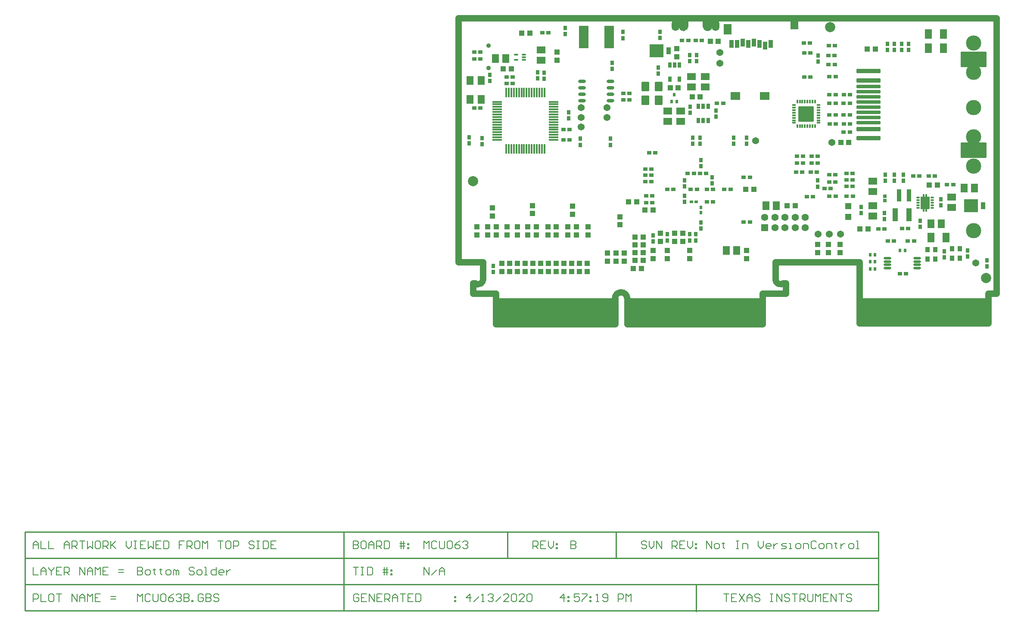
<source format=gbs>
G04*
G04 #@! TF.GenerationSoftware,Altium Limited,Altium Designer,18.1.9 (240)*
G04*
G04 Layer_Color=16711935*
%FSAX25Y25*%
%MOIN*%
G70*
G01*
G75*
%ADD15C,0.00800*%
%ADD17C,0.01000*%
%ADD62C,0.05000*%
%ADD63C,0.03937*%
%ADD65R,0.97953X0.20472*%
%ADD66R,1.04095X0.20472*%
%ADD68R,0.04134X0.04331*%
G04:AMPARAMS|DCode=70|XSize=35.83mil|YSize=185.04mil|CornerRadius=3.88mil|HoleSize=0mil|Usage=FLASHONLY|Rotation=270.000|XOffset=0mil|YOffset=0mil|HoleType=Round|Shape=RoundedRectangle|*
%AMROUNDEDRECTD70*
21,1,0.03583,0.17728,0,0,270.0*
21,1,0.02806,0.18504,0,0,270.0*
1,1,0.00776,-0.08864,-0.01403*
1,1,0.00776,-0.08864,0.01403*
1,1,0.00776,0.08864,0.01403*
1,1,0.00776,0.08864,-0.01403*
%
%ADD70ROUNDEDRECTD70*%
G04:AMPARAMS|DCode=71|XSize=27.95mil|YSize=185.04mil|CornerRadius=3.89mil|HoleSize=0mil|Usage=FLASHONLY|Rotation=90.000|XOffset=0mil|YOffset=0mil|HoleType=Round|Shape=RoundedRectangle|*
%AMROUNDEDRECTD71*
21,1,0.02795,0.17726,0,0,90.0*
21,1,0.02017,0.18504,0,0,90.0*
1,1,0.00778,0.08863,0.01009*
1,1,0.00778,0.08863,-0.01009*
1,1,0.00778,-0.08863,-0.01009*
1,1,0.00778,-0.08863,0.01009*
%
%ADD71ROUNDEDRECTD71*%
G04:AMPARAMS|DCode=72|XSize=122.05mil|YSize=196.85mil|CornerRadius=3.74mil|HoleSize=0mil|Usage=FLASHONLY|Rotation=270.000|XOffset=0mil|YOffset=0mil|HoleType=Round|Shape=RoundedRectangle|*
%AMROUNDEDRECTD72*
21,1,0.12205,0.18937,0,0,270.0*
21,1,0.11457,0.19685,0,0,270.0*
1,1,0.00748,-0.09469,-0.05728*
1,1,0.00748,-0.09469,0.05728*
1,1,0.00748,0.09469,0.05728*
1,1,0.00748,0.09469,-0.05728*
%
%ADD72ROUNDEDRECTD72*%
%ADD76R,0.05118X0.04724*%
G04:AMPARAMS|DCode=82|XSize=13.78mil|YSize=27.56mil|CornerRadius=3.94mil|HoleSize=0mil|Usage=FLASHONLY|Rotation=180.000|XOffset=0mil|YOffset=0mil|HoleType=Round|Shape=RoundedRectangle|*
%AMROUNDEDRECTD82*
21,1,0.01378,0.01968,0,0,180.0*
21,1,0.00591,0.02756,0,0,180.0*
1,1,0.00787,-0.00295,0.00984*
1,1,0.00787,0.00295,0.00984*
1,1,0.00787,0.00295,-0.00984*
1,1,0.00787,-0.00295,-0.00984*
%
%ADD82ROUNDEDRECTD82*%
G04:AMPARAMS|DCode=83|XSize=13.78mil|YSize=27.56mil|CornerRadius=3.94mil|HoleSize=0mil|Usage=FLASHONLY|Rotation=90.000|XOffset=0mil|YOffset=0mil|HoleType=Round|Shape=RoundedRectangle|*
%AMROUNDEDRECTD83*
21,1,0.01378,0.01968,0,0,90.0*
21,1,0.00591,0.02756,0,0,90.0*
1,1,0.00787,0.00984,0.00295*
1,1,0.00787,0.00984,-0.00295*
1,1,0.00787,-0.00984,-0.00295*
1,1,0.00787,-0.00984,0.00295*
%
%ADD83ROUNDEDRECTD83*%
G04:AMPARAMS|DCode=84|XSize=118.11mil|YSize=118.11mil|CornerRadius=3.68mil|HoleSize=0mil|Usage=FLASHONLY|Rotation=90.000|XOffset=0mil|YOffset=0mil|HoleType=Round|Shape=RoundedRectangle|*
%AMROUNDEDRECTD84*
21,1,0.11811,0.11075,0,0,90.0*
21,1,0.11075,0.11811,0,0,90.0*
1,1,0.00736,0.05537,0.05537*
1,1,0.00736,0.05537,-0.05537*
1,1,0.00736,-0.05537,-0.05537*
1,1,0.00736,-0.05537,0.05537*
%
%ADD84ROUNDEDRECTD84*%
%ADD85O,0.05906X0.02165*%
%ADD91C,0.07874*%
G04:AMPARAMS|DCode=94|XSize=27.56mil|YSize=43.31mil|CornerRadius=3.98mil|HoleSize=0mil|Usage=FLASHONLY|Rotation=180.000|XOffset=0mil|YOffset=0mil|HoleType=Round|Shape=RoundedRectangle|*
%AMROUNDEDRECTD94*
21,1,0.02756,0.03535,0,0,180.0*
21,1,0.01961,0.04331,0,0,180.0*
1,1,0.00795,-0.00980,0.01768*
1,1,0.00795,0.00980,0.01768*
1,1,0.00795,0.00980,-0.01768*
1,1,0.00795,-0.00980,-0.01768*
%
%ADD94ROUNDEDRECTD94*%
%ADD96O,0.05894X0.02756*%
%ADD97R,0.02165X0.11024*%
%ADD98R,0.04331X0.04134*%
%ADD100R,0.03543X0.02756*%
%ADD101R,0.02756X0.03543*%
%ADD102R,0.06694X0.05394*%
%ADD104C,0.05472*%
G04:AMPARAMS|DCode=105|XSize=54.72mil|YSize=54.72mil|CornerRadius=1.91mil|HoleSize=0mil|Usage=FLASHONLY|Rotation=0.000|XOffset=0mil|YOffset=0mil|HoleType=Round|Shape=RoundedRectangle|*
%AMROUNDEDRECTD105*
21,1,0.05472,0.05089,0,0,0.0*
21,1,0.05089,0.05472,0,0,0.0*
1,1,0.00383,0.02545,-0.02545*
1,1,0.00383,-0.02545,-0.02545*
1,1,0.00383,-0.02545,0.02545*
1,1,0.00383,0.02545,0.02545*
%
%ADD105ROUNDEDRECTD105*%
%ADD106C,0.11824*%
%ADD107C,0.03543*%
%ADD108C,0.05394*%
G04:AMPARAMS|DCode=109|XSize=86.61mil|YSize=59.06mil|CornerRadius=29.53mil|HoleSize=0mil|Usage=FLASHONLY|Rotation=270.000|XOffset=0mil|YOffset=0mil|HoleType=Round|Shape=RoundedRectangle|*
%AMROUNDEDRECTD109*
21,1,0.08661,0.00000,0,0,270.0*
21,1,0.02756,0.05906,0,0,270.0*
1,1,0.05906,0.00000,-0.01378*
1,1,0.05906,0.00000,0.01378*
1,1,0.05906,0.00000,0.01378*
1,1,0.05906,0.00000,-0.01378*
%
%ADD109ROUNDEDRECTD109*%
%ADD158R,0.92244X0.20472*%
G04:AMPARAMS|DCode=159|XSize=39.37mil|YSize=35.43mil|CornerRadius=3.86mil|HoleSize=0mil|Usage=FLASHONLY|Rotation=90.000|XOffset=0mil|YOffset=0mil|HoleType=Round|Shape=RoundedRectangle|*
%AMROUNDEDRECTD159*
21,1,0.03937,0.02772,0,0,90.0*
21,1,0.03165,0.03543,0,0,90.0*
1,1,0.00772,0.01386,0.01583*
1,1,0.00772,0.01386,-0.01583*
1,1,0.00772,-0.01386,-0.01583*
1,1,0.00772,-0.01386,0.01583*
%
%ADD159ROUNDEDRECTD159*%
%ADD160R,0.03740X0.09449*%
%ADD161R,0.02362X0.02756*%
%ADD162R,0.02756X0.02559*%
%ADD163R,0.03898X0.10394*%
%ADD164O,0.07480X0.01575*%
%ADD165O,0.01575X0.07480*%
%ADD166R,0.05315X0.06693*%
G04:AMPARAMS|DCode=167|XSize=15.75mil|YSize=30.32mil|CornerRadius=3.92mil|HoleSize=0mil|Usage=FLASHONLY|Rotation=90.000|XOffset=0mil|YOffset=0mil|HoleType=Round|Shape=RoundedRectangle|*
%AMROUNDEDRECTD167*
21,1,0.01575,0.02248,0,0,90.0*
21,1,0.00791,0.03032,0,0,90.0*
1,1,0.00784,0.01124,0.00396*
1,1,0.00784,0.01124,-0.00396*
1,1,0.00784,-0.01124,-0.00396*
1,1,0.00784,-0.01124,0.00396*
%
%ADD167ROUNDEDRECTD167*%
G04:AMPARAMS|DCode=168|XSize=27.56mil|YSize=13.39mil|CornerRadius=3.95mil|HoleSize=0mil|Usage=FLASHONLY|Rotation=180.000|XOffset=0mil|YOffset=0mil|HoleType=Round|Shape=RoundedRectangle|*
%AMROUNDEDRECTD168*
21,1,0.02756,0.00548,0,0,180.0*
21,1,0.01965,0.01339,0,0,180.0*
1,1,0.00791,-0.00983,0.00274*
1,1,0.00791,0.00983,0.00274*
1,1,0.00791,0.00983,-0.00274*
1,1,0.00791,-0.00983,-0.00274*
%
%ADD168ROUNDEDRECTD168*%
%ADD169R,0.02362X0.02756*%
%ADD170R,0.07480X0.05906*%
%ADD171R,0.05906X0.07874*%
%ADD172R,0.03543X0.06299*%
G04:AMPARAMS|DCode=173|XSize=74.8mil|YSize=59.06mil|CornerRadius=3.9mil|HoleSize=0mil|Usage=FLASHONLY|Rotation=90.000|XOffset=0mil|YOffset=0mil|HoleType=Round|Shape=RoundedRectangle|*
%AMROUNDEDRECTD173*
21,1,0.07480,0.05126,0,0,90.0*
21,1,0.06701,0.05906,0,0,90.0*
1,1,0.00780,0.02563,0.03350*
1,1,0.00780,0.02563,-0.03350*
1,1,0.00780,-0.02563,-0.03350*
1,1,0.00780,-0.02563,0.03350*
%
%ADD173ROUNDEDRECTD173*%
%ADD174R,0.07677X0.17559*%
%ADD175R,0.05512X0.07677*%
%ADD176R,0.02756X0.02362*%
%ADD177R,0.10894X0.10394*%
%ADD178R,0.03394X0.05394*%
%ADD179R,0.05394X0.06694*%
G36*
X0362362Y0100667D02*
X0362401D01*
X0362440Y0100664D01*
X0362477Y0100652D01*
X0362549Y0100622D01*
X0362583Y0100604D01*
X0362613Y0100580D01*
X0362669Y0100524D01*
X0362693Y0100494D01*
X0362712Y0100460D01*
X0362742Y0100388D01*
X0362753Y0100350D01*
X0362757Y0100312D01*
Y0100312D01*
D01*
Y0100273D01*
Y0098699D01*
X0364173D01*
X0364211Y0098695D01*
X0364248Y0098684D01*
X0364321Y0098654D01*
X0364355Y0098636D01*
X0364385Y0098611D01*
X0364440Y0098556D01*
X0364465Y0098526D01*
X0364483Y0098491D01*
X0364513Y0098419D01*
X0364525Y0098382D01*
X0364528Y0098343D01*
Y0098343D01*
D01*
Y0098304D01*
Y0089249D01*
Y0089210D01*
X0364525Y0089171D01*
X0364513Y0089134D01*
X0364483Y0089062D01*
X0364465Y0089028D01*
X0364440Y0088998D01*
X0364385Y0088942D01*
X0364355Y0088918D01*
X0364321Y0088899D01*
D01*
X0364321Y0088899D01*
X0364248Y0088870D01*
X0364229Y0088863D01*
X0364211Y0088858D01*
X0364173Y0088854D01*
X0362757D01*
Y0087281D01*
Y0087242D01*
X0362753Y0087203D01*
X0362742Y0087166D01*
X0362712Y0087093D01*
X0362693Y0087059D01*
X0362669Y0087029D01*
X0362613Y0086974D01*
X0362583Y0086949D01*
X0362549Y0086931D01*
D01*
X0362549Y0086931D01*
X0362477Y0086901D01*
X0362457Y0086895D01*
X0362440Y0086890D01*
X0362401Y0086886D01*
X0361732D01*
X0361694Y0086890D01*
X0361671Y0086897D01*
X0361657Y0086901D01*
X0361584Y0086931D01*
X0361584Y0086931D01*
D01*
X0361580Y0086933D01*
X0361550Y0086949D01*
X0361543Y0086955D01*
X0361520Y0086974D01*
X0361465Y0087029D01*
X0361440Y0087059D01*
X0361422Y0087093D01*
D01*
X0361422Y0087093D01*
X0361392Y0087166D01*
X0361386Y0087186D01*
X0361381Y0087203D01*
X0361377Y0087242D01*
Y0087281D01*
Y0088854D01*
X0360788D01*
Y0087281D01*
Y0087242D01*
X0360784Y0087203D01*
X0360773Y0087166D01*
X0360743Y0087093D01*
X0360725Y0087059D01*
X0360700Y0087029D01*
X0360645Y0086974D01*
X0360615Y0086949D01*
X0360581Y0086931D01*
D01*
X0360581Y0086931D01*
X0360508Y0086901D01*
X0360489Y0086895D01*
X0360471Y0086890D01*
X0360433Y0086886D01*
X0359764D01*
X0359725Y0086890D01*
X0359703Y0086897D01*
X0359688Y0086901D01*
X0359616Y0086931D01*
X0359616Y0086931D01*
D01*
X0359611Y0086933D01*
X0359582Y0086949D01*
X0359575Y0086955D01*
X0359552Y0086974D01*
X0359496Y0087029D01*
X0359472Y0087059D01*
X0359453Y0087093D01*
D01*
X0359453Y0087093D01*
X0359423Y0087166D01*
X0359417Y0087186D01*
X0359412Y0087203D01*
X0359408Y0087242D01*
Y0087281D01*
Y0088854D01*
X0357992D01*
X0357954Y0088858D01*
X0357931Y0088865D01*
X0357916Y0088870D01*
X0357844Y0088899D01*
X0357844Y0088899D01*
D01*
X0357840Y0088902D01*
X0357810Y0088918D01*
X0357803Y0088923D01*
X0357780Y0088942D01*
X0357724Y0088998D01*
X0357700Y0089028D01*
X0357682Y0089062D01*
D01*
X0357682Y0089062D01*
X0357652Y0089134D01*
X0357646Y0089154D01*
X0357640Y0089171D01*
X0357637Y0089210D01*
Y0089249D01*
Y0098304D01*
Y0098343D01*
X0357640Y0098382D01*
X0357647Y0098405D01*
X0357652Y0098419D01*
X0357682Y0098491D01*
X0357682Y0098491D01*
D01*
X0357684Y0098496D01*
X0357700Y0098526D01*
X0357705Y0098532D01*
X0357724Y0098556D01*
X0357780Y0098611D01*
X0357810Y0098636D01*
X0357844Y0098654D01*
X0357916Y0098684D01*
X0357954Y0098695D01*
X0357992Y0098699D01*
X0357992D01*
D01*
X0359408D01*
Y0100273D01*
Y0100312D01*
X0359412Y0100350D01*
X0359419Y0100373D01*
X0359423Y0100388D01*
X0359453Y0100460D01*
X0359453Y0100460D01*
D01*
X0359456Y0100464D01*
X0359472Y0100494D01*
X0359477Y0100501D01*
X0359496Y0100524D01*
X0359552Y0100580D01*
X0359582Y0100604D01*
X0359616Y0100622D01*
X0359688Y0100652D01*
X0359710Y0100659D01*
X0359725Y0100664D01*
X0359725D01*
X0359725Y0100664D01*
X0359747Y0100666D01*
X0359764Y0100667D01*
X0359803Y0100667D01*
X0359803D01*
X0359803D01*
X0360394D01*
X0360394Y0100667D01*
X0360433D01*
X0360471Y0100664D01*
X0360508Y0100652D01*
X0360581Y0100622D01*
X0360615Y0100604D01*
X0360645Y0100580D01*
X0360700Y0100524D01*
X0360725Y0100494D01*
X0360743Y0100460D01*
X0360773Y0100388D01*
X0360784Y0100350D01*
X0360788Y0100312D01*
Y0100312D01*
D01*
Y0100273D01*
Y0098699D01*
X0361377D01*
Y0100273D01*
Y0100312D01*
X0361381Y0100350D01*
X0361387Y0100373D01*
X0361392Y0100388D01*
X0361422Y0100460D01*
X0361422Y0100460D01*
D01*
X0361424Y0100464D01*
X0361440Y0100494D01*
X0361445Y0100501D01*
X0361465Y0100524D01*
X0361520Y0100580D01*
X0361550Y0100604D01*
X0361584Y0100622D01*
X0361657Y0100652D01*
X0361679Y0100659D01*
X0361694Y0100664D01*
X0361694D01*
X0361694Y0100664D01*
X0361715Y0100666D01*
X0361732Y0100667D01*
X0361771Y0100667D01*
X0361771D01*
X0361771D01*
X0362362D01*
X0362362Y0100667D01*
D02*
G37*
G54D15*
X-0248386Y-0188580D02*
Y-0194578D01*
X-0245387D01*
X-0244388Y-0193578D01*
Y-0192579D01*
X-0245387Y-0191579D01*
X-0248386D01*
X-0245387D01*
X-0244388Y-0190579D01*
Y-0189579D01*
X-0245387Y-0188580D01*
X-0248386D01*
X-0241389Y-0194578D02*
X-0239389D01*
X-0238390Y-0193578D01*
Y-0191579D01*
X-0239389Y-0190579D01*
X-0241389D01*
X-0242388Y-0191579D01*
Y-0193578D01*
X-0241389Y-0194578D01*
X-0235391Y-0189579D02*
Y-0190579D01*
X-0236390D01*
X-0234391D01*
X-0235391D01*
Y-0193578D01*
X-0234391Y-0194578D01*
X-0230392Y-0189579D02*
Y-0190579D01*
X-0231392D01*
X-0229393D01*
X-0230392D01*
Y-0193578D01*
X-0229393Y-0194578D01*
X-0225394D02*
X-0223394D01*
X-0222395Y-0193578D01*
Y-0191579D01*
X-0223394Y-0190579D01*
X-0225394D01*
X-0226394Y-0191579D01*
Y-0193578D01*
X-0225394Y-0194578D01*
X-0220395D02*
Y-0190579D01*
X-0219396D01*
X-0218396Y-0191579D01*
Y-0194578D01*
Y-0191579D01*
X-0217396Y-0190579D01*
X-0216397Y-0191579D01*
Y-0194578D01*
X-0204401Y-0189579D02*
X-0205400Y-0188580D01*
X-0207400D01*
X-0208399Y-0189579D01*
Y-0190579D01*
X-0207400Y-0191579D01*
X-0205400D01*
X-0204401Y-0192579D01*
Y-0193578D01*
X-0205400Y-0194578D01*
X-0207400D01*
X-0208399Y-0193578D01*
X-0201402Y-0194578D02*
X-0199402D01*
X-0198403Y-0193578D01*
Y-0191579D01*
X-0199402Y-0190579D01*
X-0201402D01*
X-0202401Y-0191579D01*
Y-0193578D01*
X-0201402Y-0194578D01*
X-0196403D02*
X-0194404D01*
X-0195404D01*
Y-0188580D01*
X-0196403D01*
X-0187406D02*
Y-0194578D01*
X-0190405D01*
X-0191405Y-0193578D01*
Y-0191579D01*
X-0190405Y-0190579D01*
X-0187406D01*
X-0182408Y-0194578D02*
X-0184407D01*
X-0185407Y-0193578D01*
Y-0191579D01*
X-0184407Y-0190579D01*
X-0182408D01*
X-0181408Y-0191579D01*
Y-0192579D01*
X-0185407D01*
X-0179409Y-0190579D02*
Y-0194578D01*
Y-0192579D01*
X-0178409Y-0191579D01*
X-0177409Y-0190579D01*
X-0176410D01*
X0192114Y-0174295D02*
Y-0168297D01*
X0196112Y-0174295D01*
Y-0168297D01*
X0199111Y-0174295D02*
X0201111D01*
X0202110Y-0173296D01*
Y-0171296D01*
X0201111Y-0170297D01*
X0199111D01*
X0198112Y-0171296D01*
Y-0173296D01*
X0199111Y-0174295D01*
X0205109Y-0169297D02*
Y-0170297D01*
X0204110D01*
X0206109D01*
X0205109D01*
Y-0173296D01*
X0206109Y-0174295D01*
X0215106Y-0168297D02*
X0217106D01*
X0216106D01*
Y-0174295D01*
X0215106D01*
X0217106D01*
X0220105D02*
Y-0170297D01*
X0223104D01*
X0224103Y-0171296D01*
Y-0174295D01*
X0232101Y-0168297D02*
Y-0172296D01*
X0234100Y-0174295D01*
X0236099Y-0172296D01*
Y-0168297D01*
X0241098Y-0174295D02*
X0239098D01*
X0238099Y-0173296D01*
Y-0171296D01*
X0239098Y-0170297D01*
X0241098D01*
X0242097Y-0171296D01*
Y-0172296D01*
X0238099D01*
X0244097Y-0170297D02*
Y-0174295D01*
Y-0172296D01*
X0245096Y-0171296D01*
X0246096Y-0170297D01*
X0247096D01*
X0250095Y-0174295D02*
X0253094D01*
X0254094Y-0173296D01*
X0253094Y-0172296D01*
X0251095D01*
X0250095Y-0171296D01*
X0251095Y-0170297D01*
X0254094D01*
X0256093Y-0174295D02*
X0258092D01*
X0257093D01*
Y-0170297D01*
X0256093D01*
X0262091Y-0174295D02*
X0264090D01*
X0265090Y-0173296D01*
Y-0171296D01*
X0264090Y-0170297D01*
X0262091D01*
X0261091Y-0171296D01*
Y-0173296D01*
X0262091Y-0174295D01*
X0267089D02*
Y-0170297D01*
X0270088D01*
X0271088Y-0171296D01*
Y-0174295D01*
X0277086Y-0169297D02*
X0276086Y-0168297D01*
X0274087D01*
X0273087Y-0169297D01*
Y-0173296D01*
X0274087Y-0174295D01*
X0276086D01*
X0277086Y-0173296D01*
X0280085Y-0174295D02*
X0282084D01*
X0283084Y-0173296D01*
Y-0171296D01*
X0282084Y-0170297D01*
X0280085D01*
X0279085Y-0171296D01*
Y-0173296D01*
X0280085Y-0174295D01*
X0285084D02*
Y-0170297D01*
X0288083D01*
X0289082Y-0171296D01*
Y-0174295D01*
X0292081Y-0169297D02*
Y-0170297D01*
X0291082D01*
X0293081D01*
X0292081D01*
Y-0173296D01*
X0293081Y-0174295D01*
X0296080Y-0170297D02*
Y-0174295D01*
Y-0172296D01*
X0297080Y-0171296D01*
X0298079Y-0170297D01*
X0299079D01*
X0303078Y-0174295D02*
X0305077D01*
X0306077Y-0173296D01*
Y-0171296D01*
X0305077Y-0170297D01*
X0303078D01*
X0302078Y-0171296D01*
Y-0173296D01*
X0303078Y-0174295D01*
X0308076D02*
X0310075D01*
X0309076D01*
Y-0168297D01*
X0308076D01*
X0145512Y-0169297D02*
X0144513Y-0168297D01*
X0142513D01*
X0141514Y-0169297D01*
Y-0170297D01*
X0142513Y-0171296D01*
X0144513D01*
X0145512Y-0172296D01*
Y-0173296D01*
X0144513Y-0174295D01*
X0142513D01*
X0141514Y-0173296D01*
X0147512Y-0168297D02*
Y-0172296D01*
X0149511Y-0174295D01*
X0151510Y-0172296D01*
Y-0168297D01*
X0153510Y-0174295D02*
Y-0168297D01*
X0157508Y-0174295D01*
Y-0168297D01*
X0165506Y-0174295D02*
Y-0168297D01*
X0168505D01*
X0169504Y-0169297D01*
Y-0171296D01*
X0168505Y-0172296D01*
X0165506D01*
X0167505D02*
X0169504Y-0174295D01*
X0175503Y-0168297D02*
X0171504D01*
Y-0174295D01*
X0175503D01*
X0171504Y-0171296D02*
X0173503D01*
X0177502Y-0168297D02*
Y-0172296D01*
X0179501Y-0174295D01*
X0181501Y-0172296D01*
Y-0168297D01*
X0183500Y-0170297D02*
X0184500D01*
Y-0171296D01*
X0183500D01*
Y-0170297D01*
Y-0173296D02*
X0184500D01*
Y-0174295D01*
X0183500D01*
Y-0173296D01*
X0057714Y-0174295D02*
Y-0168297D01*
X0060713D01*
X0061712Y-0169297D01*
Y-0171296D01*
X0060713Y-0172296D01*
X0057714D01*
X0059713D02*
X0061712Y-0174295D01*
X0067710Y-0168297D02*
X0063712D01*
Y-0174295D01*
X0067710D01*
X0063712Y-0171296D02*
X0065711D01*
X0069710Y-0168297D02*
Y-0172296D01*
X0071709Y-0174295D01*
X0073708Y-0172296D01*
Y-0168297D01*
X0075708Y-0170297D02*
X0076708D01*
Y-0171296D01*
X0075708D01*
Y-0170297D01*
Y-0173296D02*
X0076708D01*
Y-0174295D01*
X0075708D01*
Y-0173296D01*
X-0248386Y-0215162D02*
Y-0209164D01*
X-0246387Y-0211163D01*
X-0244388Y-0209164D01*
Y-0215162D01*
X-0238390Y-0210164D02*
X-0239389Y-0209164D01*
X-0241389D01*
X-0242388Y-0210164D01*
Y-0214162D01*
X-0241389Y-0215162D01*
X-0239389D01*
X-0238390Y-0214162D01*
X-0236390Y-0209164D02*
Y-0214162D01*
X-0235391Y-0215162D01*
X-0233391D01*
X-0232392Y-0214162D01*
Y-0209164D01*
X-0230392Y-0210164D02*
X-0229393Y-0209164D01*
X-0227393D01*
X-0226394Y-0210164D01*
Y-0214162D01*
X-0227393Y-0215162D01*
X-0229393D01*
X-0230392Y-0214162D01*
Y-0210164D01*
X-0220395Y-0209164D02*
X-0222395Y-0210164D01*
X-0224394Y-0212163D01*
Y-0214162D01*
X-0223394Y-0215162D01*
X-0221395D01*
X-0220395Y-0214162D01*
Y-0213163D01*
X-0221395Y-0212163D01*
X-0224394D01*
X-0218396Y-0210164D02*
X-0217396Y-0209164D01*
X-0215397D01*
X-0214397Y-0210164D01*
Y-0211163D01*
X-0215397Y-0212163D01*
X-0216397D01*
X-0215397D01*
X-0214397Y-0213163D01*
Y-0214162D01*
X-0215397Y-0215162D01*
X-0217396D01*
X-0218396Y-0214162D01*
X-0212398Y-0209164D02*
Y-0215162D01*
X-0209399D01*
X-0208399Y-0214162D01*
Y-0213163D01*
X-0209399Y-0212163D01*
X-0212398D01*
X-0209399D01*
X-0208399Y-0211163D01*
Y-0210164D01*
X-0209399Y-0209164D01*
X-0212398D01*
X-0206400Y-0215162D02*
Y-0214162D01*
X-0205400D01*
Y-0215162D01*
X-0206400D01*
X-0197403Y-0210164D02*
X-0198403Y-0209164D01*
X-0200402D01*
X-0201402Y-0210164D01*
Y-0214162D01*
X-0200402Y-0215162D01*
X-0198403D01*
X-0197403Y-0214162D01*
Y-0212163D01*
X-0199402D01*
X-0195404Y-0209164D02*
Y-0215162D01*
X-0192404D01*
X-0191405Y-0214162D01*
Y-0213163D01*
X-0192404Y-0212163D01*
X-0195404D01*
X-0192404D01*
X-0191405Y-0211163D01*
Y-0210164D01*
X-0192404Y-0209164D01*
X-0195404D01*
X-0185407Y-0210164D02*
X-0186406Y-0209164D01*
X-0188406D01*
X-0189406Y-0210164D01*
Y-0211163D01*
X-0188406Y-0212163D01*
X-0186406D01*
X-0185407Y-0213163D01*
Y-0214162D01*
X-0186406Y-0215162D01*
X-0188406D01*
X-0189406Y-0214162D01*
X0008863Y-0215162D02*
Y-0209164D01*
X0005864Y-0212163D01*
X0009862D01*
X0011862Y-0215162D02*
X0015860Y-0211163D01*
X0017860Y-0215162D02*
X0019859D01*
X0018859D01*
Y-0209164D01*
X0017860Y-0210164D01*
X0022858D02*
X0023858Y-0209164D01*
X0025857D01*
X0026857Y-0210164D01*
Y-0211163D01*
X0025857Y-0212163D01*
X0024858D01*
X0025857D01*
X0026857Y-0213163D01*
Y-0214162D01*
X0025857Y-0215162D01*
X0023858D01*
X0022858Y-0214162D01*
X0028856Y-0215162D02*
X0032855Y-0211163D01*
X0038853Y-0215162D02*
X0034854D01*
X0038853Y-0211163D01*
Y-0210164D01*
X0037853Y-0209164D01*
X0035854D01*
X0034854Y-0210164D01*
X0040852D02*
X0041852Y-0209164D01*
X0043851D01*
X0044851Y-0210164D01*
Y-0214162D01*
X0043851Y-0215162D01*
X0041852D01*
X0040852Y-0214162D01*
Y-0210164D01*
X0050849Y-0215162D02*
X0046850D01*
X0050849Y-0211163D01*
Y-0210164D01*
X0049849Y-0209164D01*
X0047850D01*
X0046850Y-0210164D01*
X0052848D02*
X0053848Y-0209164D01*
X0055847D01*
X0056847Y-0210164D01*
Y-0214162D01*
X0055847Y-0215162D01*
X0053848D01*
X0052848Y-0214162D01*
Y-0210164D01*
X-0077088D02*
X-0078087Y-0209164D01*
X-0080087D01*
X-0081086Y-0210164D01*
Y-0214162D01*
X-0080087Y-0215162D01*
X-0078087D01*
X-0077088Y-0214162D01*
Y-0212163D01*
X-0079087D01*
X-0071090Y-0209164D02*
X-0075088D01*
Y-0215162D01*
X-0071090D01*
X-0075088Y-0212163D02*
X-0073089D01*
X-0069090Y-0215162D02*
Y-0209164D01*
X-0065092Y-0215162D01*
Y-0209164D01*
X-0059093D02*
X-0063092D01*
Y-0215162D01*
X-0059093D01*
X-0063092Y-0212163D02*
X-0061093D01*
X-0057094Y-0215162D02*
Y-0209164D01*
X-0054095D01*
X-0053096Y-0210164D01*
Y-0212163D01*
X-0054095Y-0213163D01*
X-0057094D01*
X-0055095D02*
X-0053096Y-0215162D01*
X-0051096D02*
Y-0211163D01*
X-0049097Y-0209164D01*
X-0047097Y-0211163D01*
Y-0215162D01*
Y-0212163D01*
X-0051096D01*
X-0045098Y-0209164D02*
X-0041099D01*
X-0043099D01*
Y-0215162D01*
X-0035101Y-0209164D02*
X-0039100D01*
Y-0215162D01*
X-0035101D01*
X-0039100Y-0212163D02*
X-0037101D01*
X-0033102Y-0209164D02*
Y-0215162D01*
X-0030103D01*
X-0029103Y-0214162D01*
Y-0210164D01*
X-0030103Y-0209164D01*
X-0033102D01*
X-0003112Y-0211163D02*
X-0002112D01*
Y-0212163D01*
X-0003112D01*
Y-0211163D01*
Y-0214162D02*
X-0002112D01*
Y-0215162D01*
X-0003112D01*
Y-0214162D01*
X-0328936Y-0174295D02*
Y-0170297D01*
X-0326937Y-0168297D01*
X-0324938Y-0170297D01*
Y-0174295D01*
Y-0171296D01*
X-0328936D01*
X-0322938Y-0168297D02*
Y-0174295D01*
X-0318940D01*
X-0316940Y-0168297D02*
Y-0174295D01*
X-0312942D01*
X-0304944D02*
Y-0170297D01*
X-0302945Y-0168297D01*
X-0300945Y-0170297D01*
Y-0174295D01*
Y-0171296D01*
X-0304944D01*
X-0298946Y-0174295D02*
Y-0168297D01*
X-0295947D01*
X-0294947Y-0169297D01*
Y-0171296D01*
X-0295947Y-0172296D01*
X-0298946D01*
X-0296947D02*
X-0294947Y-0174295D01*
X-0292948Y-0168297D02*
X-0288949D01*
X-0290949D01*
Y-0174295D01*
X-0286950Y-0168297D02*
Y-0174295D01*
X-0284951Y-0172296D01*
X-0282951Y-0174295D01*
Y-0168297D01*
X-0277953D02*
X-0279952D01*
X-0280952Y-0169297D01*
Y-0173296D01*
X-0279952Y-0174295D01*
X-0277953D01*
X-0276953Y-0173296D01*
Y-0169297D01*
X-0277953Y-0168297D01*
X-0274954Y-0174295D02*
Y-0168297D01*
X-0271955D01*
X-0270955Y-0169297D01*
Y-0171296D01*
X-0271955Y-0172296D01*
X-0274954D01*
X-0272955D02*
X-0270955Y-0174295D01*
X-0268956Y-0168297D02*
Y-0174295D01*
Y-0172296D01*
X-0264957Y-0168297D01*
X-0267956Y-0171296D01*
X-0264957Y-0174295D01*
X-0256960Y-0168297D02*
Y-0172296D01*
X-0254960Y-0174295D01*
X-0252961Y-0172296D01*
Y-0168297D01*
X-0250962D02*
X-0248962D01*
X-0249962D01*
Y-0174295D01*
X-0250962D01*
X-0248962D01*
X-0241965Y-0168297D02*
X-0245963D01*
Y-0174295D01*
X-0241965D01*
X-0245963Y-0171296D02*
X-0243964D01*
X-0239965Y-0168297D02*
Y-0174295D01*
X-0237966Y-0172296D01*
X-0235966Y-0174295D01*
Y-0168297D01*
X-0229968D02*
X-0233967D01*
Y-0174295D01*
X-0229968D01*
X-0233967Y-0171296D02*
X-0231968D01*
X-0227969Y-0168297D02*
Y-0174295D01*
X-0224970D01*
X-0223970Y-0173296D01*
Y-0169297D01*
X-0224970Y-0168297D01*
X-0227969D01*
X-0211974D02*
X-0215973D01*
Y-0171296D01*
X-0213974D01*
X-0215973D01*
Y-0174295D01*
X-0209975D02*
Y-0168297D01*
X-0206976D01*
X-0205976Y-0169297D01*
Y-0171296D01*
X-0206976Y-0172296D01*
X-0209975D01*
X-0207976D02*
X-0205976Y-0174295D01*
X-0200978Y-0168297D02*
X-0202977D01*
X-0203977Y-0169297D01*
Y-0173296D01*
X-0202977Y-0174295D01*
X-0200978D01*
X-0199978Y-0173296D01*
Y-0169297D01*
X-0200978Y-0168297D01*
X-0197979Y-0174295D02*
Y-0168297D01*
X-0195979Y-0170297D01*
X-0193980Y-0168297D01*
Y-0174295D01*
X-0185983Y-0168297D02*
X-0181984D01*
X-0183983D01*
Y-0174295D01*
X-0176986Y-0168297D02*
X-0178985D01*
X-0179985Y-0169297D01*
Y-0173296D01*
X-0178985Y-0174295D01*
X-0176986D01*
X-0175986Y-0173296D01*
Y-0169297D01*
X-0176986Y-0168297D01*
X-0173986Y-0174295D02*
Y-0168297D01*
X-0170987D01*
X-0169988Y-0169297D01*
Y-0171296D01*
X-0170987Y-0172296D01*
X-0173986D01*
X-0157992Y-0169297D02*
X-0158991Y-0168297D01*
X-0160991D01*
X-0161990Y-0169297D01*
Y-0170297D01*
X-0160991Y-0171296D01*
X-0158991D01*
X-0157992Y-0172296D01*
Y-0173296D01*
X-0158991Y-0174295D01*
X-0160991D01*
X-0161990Y-0173296D01*
X-0155992Y-0168297D02*
X-0153993D01*
X-0154993D01*
Y-0174295D01*
X-0155992D01*
X-0153993D01*
X-0150994Y-0168297D02*
Y-0174295D01*
X-0147995D01*
X-0146995Y-0173296D01*
Y-0169297D01*
X-0147995Y-0168297D01*
X-0150994D01*
X-0140997D02*
X-0144996D01*
Y-0174295D01*
X-0140997D01*
X-0144996Y-0171296D02*
X-0142997D01*
X0086864Y-0168297D02*
Y-0174295D01*
X0089863D01*
X0090862Y-0173296D01*
Y-0172296D01*
X0089863Y-0171296D01*
X0086864D01*
X0089863D01*
X0090862Y-0170297D01*
Y-0169297D01*
X0089863Y-0168297D01*
X0086864D01*
X-0026736Y-0174295D02*
Y-0168297D01*
X-0024737Y-0170297D01*
X-0022738Y-0168297D01*
Y-0174295D01*
X-0016740Y-0169297D02*
X-0017739Y-0168297D01*
X-0019739D01*
X-0020738Y-0169297D01*
Y-0173296D01*
X-0019739Y-0174295D01*
X-0017739D01*
X-0016740Y-0173296D01*
X-0014740Y-0168297D02*
Y-0173296D01*
X-0013741Y-0174295D01*
X-0011741D01*
X-0010742Y-0173296D01*
Y-0168297D01*
X-0008742Y-0169297D02*
X-0007743Y-0168297D01*
X-0005743D01*
X-0004744Y-0169297D01*
Y-0173296D01*
X-0005743Y-0174295D01*
X-0007743D01*
X-0008742Y-0173296D01*
Y-0169297D01*
X0001255Y-0168297D02*
X-0000745Y-0169297D01*
X-0002744Y-0171296D01*
Y-0173296D01*
X-0001744Y-0174295D01*
X0000255D01*
X0001255Y-0173296D01*
Y-0172296D01*
X0000255Y-0171296D01*
X-0002744D01*
X0003254Y-0169297D02*
X0004254Y-0168297D01*
X0006253D01*
X0007253Y-0169297D01*
Y-0170297D01*
X0006253Y-0171296D01*
X0005253D01*
X0006253D01*
X0007253Y-0172296D01*
Y-0173296D01*
X0006253Y-0174295D01*
X0004254D01*
X0003254Y-0173296D01*
X-0081286Y-0168297D02*
Y-0174295D01*
X-0078287D01*
X-0077288Y-0173296D01*
Y-0172296D01*
X-0078287Y-0171296D01*
X-0081286D01*
X-0078287D01*
X-0077288Y-0170297D01*
Y-0169297D01*
X-0078287Y-0168297D01*
X-0081286D01*
X-0072289D02*
X-0074289D01*
X-0075288Y-0169297D01*
Y-0173296D01*
X-0074289Y-0174295D01*
X-0072289D01*
X-0071290Y-0173296D01*
Y-0169297D01*
X-0072289Y-0168297D01*
X-0069290Y-0174295D02*
Y-0170297D01*
X-0067291Y-0168297D01*
X-0065292Y-0170297D01*
Y-0174295D01*
Y-0171296D01*
X-0069290D01*
X-0063292Y-0174295D02*
Y-0168297D01*
X-0060293D01*
X-0059294Y-0169297D01*
Y-0171296D01*
X-0060293Y-0172296D01*
X-0063292D01*
X-0061293D02*
X-0059294Y-0174295D01*
X-0057294Y-0168297D02*
Y-0174295D01*
X-0054295D01*
X-0053295Y-0173296D01*
Y-0169297D01*
X-0054295Y-0168297D01*
X-0057294D01*
X-0044298Y-0174295D02*
Y-0168297D01*
X-0042299D02*
Y-0174295D01*
X-0045298Y-0170297D02*
X-0042299D01*
X-0041299D01*
X-0045298Y-0172296D02*
X-0041299D01*
X-0039300Y-0170297D02*
X-0038300D01*
Y-0171296D01*
X-0039300D01*
Y-0170297D01*
Y-0173296D02*
X-0038300D01*
Y-0174295D01*
X-0039300D01*
Y-0173296D01*
X-0328936Y-0188580D02*
Y-0194578D01*
X-0324938D01*
X-0322938D02*
Y-0190579D01*
X-0320939Y-0188580D01*
X-0318940Y-0190579D01*
Y-0194578D01*
Y-0191579D01*
X-0322938D01*
X-0316940Y-0188580D02*
Y-0189579D01*
X-0314941Y-0191579D01*
X-0312942Y-0189579D01*
Y-0188580D01*
X-0314941Y-0191579D02*
Y-0194578D01*
X-0306943Y-0188580D02*
X-0310942D01*
Y-0194578D01*
X-0306943D01*
X-0310942Y-0191579D02*
X-0308943D01*
X-0304944Y-0194578D02*
Y-0188580D01*
X-0301945D01*
X-0300945Y-0189579D01*
Y-0191579D01*
X-0301945Y-0192579D01*
X-0304944D01*
X-0302945D02*
X-0300945Y-0194578D01*
X-0292948D02*
Y-0188580D01*
X-0288949Y-0194578D01*
Y-0188580D01*
X-0286950Y-0194578D02*
Y-0190579D01*
X-0284951Y-0188580D01*
X-0282951Y-0190579D01*
Y-0194578D01*
Y-0191579D01*
X-0286950D01*
X-0280952Y-0194578D02*
Y-0188580D01*
X-0278953Y-0190579D01*
X-0276953Y-0188580D01*
Y-0194578D01*
X-0270955Y-0188580D02*
X-0274954D01*
Y-0194578D01*
X-0270955D01*
X-0274954Y-0191579D02*
X-0272955D01*
X-0262958Y-0192579D02*
X-0258959D01*
X-0262958Y-0190579D02*
X-0258959D01*
X-0328936Y-0215162D02*
Y-0209164D01*
X-0325937D01*
X-0324938Y-0210164D01*
Y-0212163D01*
X-0325937Y-0213163D01*
X-0328936D01*
X-0322938Y-0209164D02*
Y-0215162D01*
X-0318940D01*
X-0313941Y-0209164D02*
X-0315941D01*
X-0316940Y-0210164D01*
Y-0214162D01*
X-0315941Y-0215162D01*
X-0313941D01*
X-0312942Y-0214162D01*
Y-0210164D01*
X-0313941Y-0209164D01*
X-0310942D02*
X-0306943D01*
X-0308943D01*
Y-0215162D01*
X-0298946D02*
Y-0209164D01*
X-0294947Y-0215162D01*
Y-0209164D01*
X-0292948Y-0215162D02*
Y-0211163D01*
X-0290949Y-0209164D01*
X-0288949Y-0211163D01*
Y-0215162D01*
Y-0212163D01*
X-0292948D01*
X-0286950Y-0215162D02*
Y-0209164D01*
X-0284951Y-0211163D01*
X-0282951Y-0209164D01*
Y-0215162D01*
X-0276953Y-0209164D02*
X-0280952D01*
Y-0215162D01*
X-0276953D01*
X-0280952Y-0212163D02*
X-0278953D01*
X-0268956Y-0213163D02*
X-0264957D01*
X-0268956Y-0211163D02*
X-0264957D01*
X0081763Y-0215162D02*
Y-0209164D01*
X0078764Y-0212163D01*
X0082762D01*
X0084762Y-0211163D02*
X0085761D01*
Y-0212163D01*
X0084762D01*
Y-0211163D01*
Y-0214162D02*
X0085761D01*
Y-0215162D01*
X0084762D01*
Y-0214162D01*
X0093759Y-0209164D02*
X0089760D01*
Y-0212163D01*
X0091759Y-0211163D01*
X0092759D01*
X0093759Y-0212163D01*
Y-0214162D01*
X0092759Y-0215162D01*
X0090760D01*
X0089760Y-0214162D01*
X0095758Y-0209164D02*
X0099757D01*
Y-0210164D01*
X0095758Y-0214162D01*
Y-0215162D01*
X0101756Y-0211163D02*
X0102756D01*
Y-0212163D01*
X0101756D01*
Y-0211163D01*
Y-0214162D02*
X0102756D01*
Y-0215162D01*
X0101756D01*
Y-0214162D01*
X0106755Y-0215162D02*
X0108754D01*
X0107754D01*
Y-0209164D01*
X0106755Y-0210164D01*
X0111753Y-0214162D02*
X0112753Y-0215162D01*
X0114752D01*
X0115752Y-0214162D01*
Y-0210164D01*
X0114752Y-0209164D01*
X0112753D01*
X0111753Y-0210164D01*
Y-0211163D01*
X0112753Y-0212163D01*
X0115752D01*
X0123749Y-0215162D02*
Y-0209164D01*
X0126748D01*
X0127748Y-0210164D01*
Y-0212163D01*
X0126748Y-0213163D01*
X0123749D01*
X0129747Y-0215162D02*
Y-0209164D01*
X0131746Y-0211163D01*
X0133746Y-0209164D01*
Y-0215162D01*
X0205214Y-0209164D02*
X0209212D01*
X0207213D01*
Y-0215162D01*
X0215210Y-0209164D02*
X0211212D01*
Y-0215162D01*
X0215210D01*
X0211212Y-0212163D02*
X0213211D01*
X0217210Y-0209164D02*
X0221208Y-0215162D01*
Y-0209164D02*
X0217210Y-0215162D01*
X0223208D02*
Y-0211163D01*
X0225207Y-0209164D01*
X0227206Y-0211163D01*
Y-0215162D01*
Y-0212163D01*
X0223208D01*
X0233205Y-0210164D02*
X0232205Y-0209164D01*
X0230205D01*
X0229206Y-0210164D01*
Y-0211163D01*
X0230205Y-0212163D01*
X0232205D01*
X0233205Y-0213163D01*
Y-0214162D01*
X0232205Y-0215162D01*
X0230205D01*
X0229206Y-0214162D01*
X0241202Y-0209164D02*
X0243201D01*
X0242202D01*
Y-0215162D01*
X0241202D01*
X0243201D01*
X0246200D02*
Y-0209164D01*
X0250199Y-0215162D01*
Y-0209164D01*
X0256197Y-0210164D02*
X0255197Y-0209164D01*
X0253198D01*
X0252198Y-0210164D01*
Y-0211163D01*
X0253198Y-0212163D01*
X0255197D01*
X0256197Y-0213163D01*
Y-0214162D01*
X0255197Y-0215162D01*
X0253198D01*
X0252198Y-0214162D01*
X0258196Y-0209164D02*
X0262195D01*
X0260196D01*
Y-0215162D01*
X0264194D02*
Y-0209164D01*
X0267194D01*
X0268193Y-0210164D01*
Y-0212163D01*
X0267194Y-0213163D01*
X0264194D01*
X0266194D02*
X0268193Y-0215162D01*
X0270193Y-0209164D02*
Y-0214162D01*
X0271192Y-0215162D01*
X0273192D01*
X0274191Y-0214162D01*
Y-0209164D01*
X0276191Y-0215162D02*
Y-0209164D01*
X0278190Y-0211163D01*
X0280189Y-0209164D01*
Y-0215162D01*
X0286187Y-0209164D02*
X0282189D01*
Y-0215162D01*
X0286187D01*
X0282189Y-0212163D02*
X0284188D01*
X0288187Y-0215162D02*
Y-0209164D01*
X0292185Y-0215162D01*
Y-0209164D01*
X0294185D02*
X0298183D01*
X0296184D01*
Y-0215162D01*
X0304182Y-0210164D02*
X0303182Y-0209164D01*
X0301183D01*
X0300183Y-0210164D01*
Y-0211163D01*
X0301183Y-0212163D01*
X0303182D01*
X0304182Y-0213163D01*
Y-0214162D01*
X0303182Y-0215162D01*
X0301183D01*
X0300183Y-0214162D01*
X-0081286Y-0188630D02*
X-0077288D01*
X-0079287D01*
Y-0194629D01*
X-0075288Y-0188630D02*
X-0073289D01*
X-0074289D01*
Y-0194629D01*
X-0075288D01*
X-0073289D01*
X-0070290Y-0188630D02*
Y-0194629D01*
X-0067291D01*
X-0066291Y-0193629D01*
Y-0189630D01*
X-0067291Y-0188630D01*
X-0070290D01*
X-0057294Y-0194629D02*
Y-0188630D01*
X-0055295D02*
Y-0194629D01*
X-0058294Y-0190630D02*
X-0055295D01*
X-0054295D01*
X-0058294Y-0192629D02*
X-0054295D01*
X-0052296Y-0190630D02*
X-0051296D01*
Y-0191630D01*
X-0052296D01*
Y-0190630D01*
Y-0193629D02*
X-0051296D01*
Y-0194629D01*
X-0052296D01*
Y-0193629D01*
X-0026736Y-0194629D02*
Y-0188630D01*
X-0022738Y-0194629D01*
Y-0188630D01*
X-0020738Y-0194629D02*
X-0016740Y-0190630D01*
X-0014740Y-0194629D02*
Y-0190630D01*
X-0012741Y-0188630D01*
X-0010742Y-0190630D01*
Y-0194629D01*
Y-0191630D01*
X-0014740D01*
G54D17*
X0121914Y-0181412D02*
Y-0161079D01*
X0037914Y-0181412D02*
Y-0161079D01*
X-0335286Y-0181412D02*
X0324914D01*
X-0335286Y-0201745D02*
X0324714D01*
X-0335286Y-0222079D02*
X0065214D01*
X-0335236Y-0161079D02*
X0324914D01*
X-0335236Y-0222079D02*
Y-0161079D01*
Y-0222079D02*
X-0177686D01*
X-0335286D02*
Y-0161079D01*
X-0088786Y-0222079D02*
Y-0161079D01*
X0324914Y-0222079D02*
Y-0161079D01*
X0065214Y-0222079D02*
X0324914D01*
X0184114Y-0222729D02*
Y-0202445D01*
G54D62*
X0012898Y0031400D02*
G03*
X0019148Y0034703I0002355J0003109D01*
G01*
X0245348Y0034600D02*
G03*
X0251598Y0031500I0003900J0000012D01*
G01*
X0130609Y0019700D02*
G03*
X0121209Y0019700I-0004700J0000000D01*
G01*
X0416398Y0023610D02*
Y0237000D01*
X-0000000D02*
X0416398D01*
X-0000000Y0048000D02*
Y0237000D01*
X0409857Y0023610D02*
X0416398D01*
X0409857Y0000400D02*
Y0023610D01*
X0310329Y0000400D02*
X0409857D01*
X0310329D02*
Y0048000D01*
X0245298D02*
X0310329D01*
X0245298Y0034600D02*
Y0044359D01*
X0251598Y0031500D02*
X0253198D01*
Y0023600D02*
Y0031500D01*
X0235498Y0023600D02*
X0253198D01*
X0028998Y0000000D02*
X0121209D01*
X0028998D02*
Y0023600D01*
X0245298Y0044359D02*
Y0048000D01*
X0235498Y0000000D02*
Y0023600D01*
X0130609Y0000000D02*
X0235498D01*
X0130609D02*
Y0019700D01*
X0121209Y0000000D02*
Y0019700D01*
X0011298Y0023600D02*
X0028998D01*
X0011298Y0031400D02*
X0012898D01*
X0011298Y0023600D02*
Y0031400D01*
X0019098Y0034700D02*
Y0048000D01*
X0000001D02*
X0019098D01*
G54D63*
X0172440Y0230459D02*
G03*
X0175917Y0230460I0001739J-0000021D01*
G01*
X0192800Y0228700D02*
G03*
X0194618Y0230460I0000029J0001789D01*
G01*
X0191074D02*
G03*
X0192800Y0228700I0001743J-0000017D01*
G01*
X0170362Y0236999D02*
X0172373Y0234988D01*
X0175917D02*
X0177885Y0236956D01*
X0189106D02*
X0191074Y0234988D01*
X0194618D02*
X0196630Y0237000D01*
X0172373Y0230460D02*
Y0234988D01*
X0175917Y0230460D02*
Y0234988D01*
X0194618Y0230460D02*
Y0234988D01*
X0191074Y0230460D02*
Y0234988D01*
X0175917Y0230460D02*
X0175917Y0230460D01*
G54D65*
X0359735Y0009887D02*
D03*
G54D66*
X0182658Y0009887D02*
D03*
G54D68*
X0026494Y0089781D02*
D03*
Y0083482D02*
D03*
X0057221Y0091681D02*
D03*
Y0085382D02*
D03*
X0088221Y0091181D02*
D03*
Y0084882D02*
D03*
X0121992Y0048563D02*
D03*
Y0054862D02*
D03*
X0115492Y0048563D02*
D03*
Y0054862D02*
D03*
X0128492Y0054862D02*
D03*
Y0048563D02*
D03*
X0022721Y0075181D02*
D03*
Y0068882D02*
D03*
X0053721Y0075181D02*
D03*
Y0068882D02*
D03*
X0037721Y0075181D02*
D03*
Y0068882D02*
D03*
X0069221Y0075181D02*
D03*
Y0068882D02*
D03*
X0100221Y0075181D02*
D03*
Y0068882D02*
D03*
X0084721Y0075181D02*
D03*
Y0068882D02*
D03*
X0150709Y0056791D02*
D03*
Y0050492D02*
D03*
X0179055Y0056791D02*
D03*
Y0050492D02*
D03*
X0161732Y0056791D02*
D03*
Y0050492D02*
D03*
X0014221Y0075181D02*
D03*
Y0068882D02*
D03*
X0045721Y0075181D02*
D03*
Y0068882D02*
D03*
X0029221Y0075181D02*
D03*
Y0068882D02*
D03*
X0060221Y0075181D02*
D03*
Y0068882D02*
D03*
X0091221Y0075181D02*
D03*
Y0068882D02*
D03*
X0075721Y0075181D02*
D03*
Y0068882D02*
D03*
X0125001Y0083012D02*
D03*
Y0076712D02*
D03*
X0223150Y0056791D02*
D03*
Y0050492D02*
D03*
X0076250Y0210591D02*
D03*
Y0204292D02*
D03*
X0286371Y0061520D02*
D03*
Y0055221D02*
D03*
X0295501Y0061650D02*
D03*
Y0055350D02*
D03*
X0278131Y0061484D02*
D03*
Y0055185D02*
D03*
X0156221Y0070177D02*
D03*
Y0063878D02*
D03*
X0173544Y0070177D02*
D03*
Y0063878D02*
D03*
X0033642Y0040638D02*
D03*
Y0046937D02*
D03*
X0039642Y0040638D02*
D03*
Y0046937D02*
D03*
X0045642Y0040638D02*
D03*
Y0046937D02*
D03*
X0051642Y0040638D02*
D03*
Y0046937D02*
D03*
X0057642Y0040638D02*
D03*
Y0046937D02*
D03*
X0063642Y0040638D02*
D03*
Y0046937D02*
D03*
X0167244Y0070177D02*
D03*
Y0063878D02*
D03*
X0069642Y0040638D02*
D03*
Y0046937D02*
D03*
X0075642Y0040638D02*
D03*
Y0046937D02*
D03*
X0081642Y0040638D02*
D03*
Y0046937D02*
D03*
X0087642Y0040638D02*
D03*
Y0046937D02*
D03*
X0093642Y0040638D02*
D03*
Y0046937D02*
D03*
X0099642Y0040638D02*
D03*
Y0046937D02*
D03*
X0169001Y0213150D02*
D03*
Y0206850D02*
D03*
G54D70*
X0317283Y0143748D02*
D03*
Y0150992D02*
D03*
Y0188551D02*
D03*
Y0195796D02*
D03*
G54D71*
Y0163748D02*
D03*
Y0155717D02*
D03*
Y0159732D02*
D03*
Y0175795D02*
D03*
Y0179811D02*
D03*
Y0167764D02*
D03*
Y0171780D02*
D03*
Y0183827D02*
D03*
G54D72*
X0398740Y0134654D02*
D03*
Y0204890D02*
D03*
G54D76*
X0301792Y0083004D02*
D03*
Y0091272D02*
D03*
G54D82*
X0262217Y0153157D02*
D03*
X0266155D02*
D03*
X0264186D02*
D03*
X0262217Y0172055D02*
D03*
X0266155D02*
D03*
X0264186D02*
D03*
X0268123Y0153157D02*
D03*
X0272060D02*
D03*
X0270092D02*
D03*
X0275997D02*
D03*
X0274028D02*
D03*
X0270092Y0172055D02*
D03*
X0268123D02*
D03*
X0274028D02*
D03*
X0272060D02*
D03*
X0275997D02*
D03*
G54D83*
X0259658Y0155717D02*
D03*
Y0157685D02*
D03*
Y0159654D02*
D03*
Y0165559D02*
D03*
Y0161622D02*
D03*
Y0163591D02*
D03*
Y0167528D02*
D03*
Y0169496D02*
D03*
X0278556Y0155717D02*
D03*
Y0157685D02*
D03*
Y0159654D02*
D03*
Y0161622D02*
D03*
Y0163591D02*
D03*
Y0165559D02*
D03*
Y0167528D02*
D03*
Y0169496D02*
D03*
G54D84*
X0269107Y0162606D02*
D03*
G54D85*
X0331887Y0045720D02*
D03*
Y0043161D02*
D03*
Y0048280D02*
D03*
Y0050839D02*
D03*
X0355115Y0043161D02*
D03*
Y0045720D02*
D03*
Y0048280D02*
D03*
Y0050839D02*
D03*
G54D91*
X0011221Y0110531D02*
D03*
X0287721Y0230031D02*
D03*
X0408400Y0035500D02*
D03*
G54D94*
X0185761Y0157587D02*
D03*
X0189501D02*
D03*
X0185761Y0168413D02*
D03*
X0189501D02*
D03*
X0193241Y0157587D02*
D03*
Y0168413D02*
D03*
X0163656Y0189587D02*
D03*
Y0200413D02*
D03*
X0167397D02*
D03*
X0171137Y0189587D02*
D03*
Y0200413D02*
D03*
G54D96*
X0095834Y0172737D02*
D03*
Y0177737D02*
D03*
Y0182737D02*
D03*
Y0187737D02*
D03*
X0117534Y0172737D02*
D03*
Y0177737D02*
D03*
Y0182737D02*
D03*
Y0187737D02*
D03*
G54D97*
X0373908Y0009100D02*
D03*
X0377058D02*
D03*
X0370759D02*
D03*
X0383357D02*
D03*
X0380208D02*
D03*
X0361310D02*
D03*
X0358160D02*
D03*
X0367609D02*
D03*
X0364460D02*
D03*
X0402255D02*
D03*
X0405405D02*
D03*
X0395956D02*
D03*
X0399105D02*
D03*
X0386507D02*
D03*
X0389656D02*
D03*
X0392806D02*
D03*
X0348712D02*
D03*
X0345562D02*
D03*
X0355011D02*
D03*
X0351861D02*
D03*
X0336113D02*
D03*
X0332963D02*
D03*
X0342412D02*
D03*
X0339263D02*
D03*
X0329814D02*
D03*
X0326664D02*
D03*
X0323515D02*
D03*
X0314066D02*
D03*
X0317215D02*
D03*
X0320365D02*
D03*
X0215650Y0009100D02*
D03*
X0212501D02*
D03*
X0218800D02*
D03*
X0209351D02*
D03*
X0206201D02*
D03*
X0228249D02*
D03*
X0231398D02*
D03*
X0221949D02*
D03*
X0225099D02*
D03*
X0187304D02*
D03*
X0190453D02*
D03*
X0184154D02*
D03*
X0199902D02*
D03*
X0203052D02*
D03*
X0193603D02*
D03*
X0196753D02*
D03*
X0177855D02*
D03*
X0181005D02*
D03*
X0174705D02*
D03*
X0171556D02*
D03*
X0165256D02*
D03*
X0168406D02*
D03*
X0158957D02*
D03*
X0162107D02*
D03*
X0140060D02*
D03*
X0143209D02*
D03*
X0133760D02*
D03*
X0136910D02*
D03*
X0152658D02*
D03*
X0155808D02*
D03*
X0146359D02*
D03*
X0149508D02*
D03*
X0118012D02*
D03*
X0114863D02*
D03*
X0108563D02*
D03*
X0111713D02*
D03*
X0102264D02*
D03*
X0105414D02*
D03*
X0095965D02*
D03*
X0099115D02*
D03*
X0077067D02*
D03*
X0080217D02*
D03*
X0045571D02*
D03*
X0073918D02*
D03*
X0089666D02*
D03*
X0092816D02*
D03*
X0083367D02*
D03*
X0086516D02*
D03*
X0070768D02*
D03*
X0067619D02*
D03*
X0064469D02*
D03*
X0061319D02*
D03*
X0042422D02*
D03*
X0039272D02*
D03*
X0036123D02*
D03*
X0032973D02*
D03*
X0055020D02*
D03*
X0051871D02*
D03*
X0058170D02*
D03*
X0048721D02*
D03*
G54D98*
X0135343Y0042712D02*
D03*
X0141642D02*
D03*
X0136843Y0067212D02*
D03*
X0143142D02*
D03*
X0131811Y0094586D02*
D03*
X0138110D02*
D03*
X0254351Y0091500D02*
D03*
X0260651D02*
D03*
X0222362Y0104035D02*
D03*
X0228662D02*
D03*
X0180851Y0176000D02*
D03*
X0187151D02*
D03*
X0049147Y0225102D02*
D03*
X0055446D02*
D03*
X0034566Y0197661D02*
D03*
X0040865D02*
D03*
X0136843Y0055212D02*
D03*
X0143142D02*
D03*
X0136843Y0049212D02*
D03*
X0143142D02*
D03*
X0136843Y0061212D02*
D03*
X0143142D02*
D03*
X0144410Y0088287D02*
D03*
X0150709D02*
D03*
X0364387Y0107671D02*
D03*
X0370687D02*
D03*
X0310642Y0073638D02*
D03*
X0316941D02*
D03*
X0194850Y0219000D02*
D03*
X0201150D02*
D03*
X0163851Y0183000D02*
D03*
X0170151D02*
D03*
X0316351Y0213000D02*
D03*
X0322651D02*
D03*
X0295851Y0140500D02*
D03*
X0302151D02*
D03*
G54D100*
X0341628Y0038860D02*
D03*
X0346352D02*
D03*
X0161732Y0104035D02*
D03*
X0166457D02*
D03*
X0173138Y0219500D02*
D03*
X0177862D02*
D03*
X0300359Y0116531D02*
D03*
X0305083D02*
D03*
X0261859Y0124531D02*
D03*
X0266583D02*
D03*
X0012446Y0210602D02*
D03*
X0017171D02*
D03*
X0351929Y0114638D02*
D03*
X0356654D02*
D03*
X0192441Y0094586D02*
D03*
X0197166D02*
D03*
X0177480Y0116634D02*
D03*
X0182205D02*
D03*
X0192441Y0104035D02*
D03*
X0197166D02*
D03*
X0179843D02*
D03*
X0184567D02*
D03*
X0144559Y0110334D02*
D03*
X0149284D02*
D03*
X0145197Y0099311D02*
D03*
X0149922D02*
D03*
X0220788Y0078838D02*
D03*
X0225512D02*
D03*
X0205827Y0104035D02*
D03*
X0210551D02*
D03*
X0147559Y0132382D02*
D03*
X0152284D02*
D03*
X0144559Y0119783D02*
D03*
X0149284D02*
D03*
X0186929Y0116634D02*
D03*
X0191654D02*
D03*
X0220788Y0113484D02*
D03*
X0225512D02*
D03*
X0144559Y0115059D02*
D03*
X0149284D02*
D03*
X0183638Y0219500D02*
D03*
X0188362D02*
D03*
X0287139Y0162000D02*
D03*
X0291863D02*
D03*
X0287277Y0155000D02*
D03*
X0292001D02*
D03*
X0287139Y0177500D02*
D03*
X0291863D02*
D03*
X0287139Y0171000D02*
D03*
X0291863D02*
D03*
X0286259Y0208000D02*
D03*
X0290983D02*
D03*
X0286458Y0201000D02*
D03*
X0291182D02*
D03*
X0286639Y0215500D02*
D03*
X0291363D02*
D03*
X0287139Y0191500D02*
D03*
X0291863D02*
D03*
X0287158Y0098931D02*
D03*
X0291883D02*
D03*
X0283359Y0105031D02*
D03*
X0288083D02*
D03*
X0286859Y0110031D02*
D03*
X0291583D02*
D03*
X0286859Y0115531D02*
D03*
X0291583D02*
D03*
X0261859Y0130031D02*
D03*
X0266583D02*
D03*
X0273358D02*
D03*
X0278083D02*
D03*
X0273358Y0124531D02*
D03*
X0278083D02*
D03*
X0300359Y0111531D02*
D03*
X0305083D02*
D03*
X0300359Y0106531D02*
D03*
X0305083D02*
D03*
X0300501Y0099000D02*
D03*
X0305225D02*
D03*
X0012354Y0167161D02*
D03*
X0017078D02*
D03*
X0037354Y0191161D02*
D03*
X0042078D02*
D03*
X0200139Y0171000D02*
D03*
X0204863D02*
D03*
X0127639Y0173500D02*
D03*
X0132363D02*
D03*
X0127639Y0178500D02*
D03*
X0132363D02*
D03*
X0347809Y0064350D02*
D03*
X0352533D02*
D03*
X0332309D02*
D03*
X0337033D02*
D03*
X0145197Y0093799D02*
D03*
X0149922D02*
D03*
X0363977Y0114638D02*
D03*
X0368701D02*
D03*
X0343429Y0074013D02*
D03*
X0348154D02*
D03*
X0324929Y0073638D02*
D03*
X0329654D02*
D03*
X0378170Y0107817D02*
D03*
X0382894D02*
D03*
X0298276Y0155000D02*
D03*
X0303001D02*
D03*
X0298139Y0162000D02*
D03*
X0302863D02*
D03*
X0298139Y0171000D02*
D03*
X0302863D02*
D03*
X0298276Y0177500D02*
D03*
X0303001D02*
D03*
X0298139Y0148500D02*
D03*
X0302863D02*
D03*
X0267623Y0209949D02*
D03*
X0272347D02*
D03*
X0267623Y0191051D02*
D03*
X0272347D02*
D03*
X0267358Y0217531D02*
D03*
X0272083D02*
D03*
X0269777Y0098500D02*
D03*
X0274501D02*
D03*
X0272777Y0117500D02*
D03*
X0277501D02*
D03*
X0261324Y0117555D02*
D03*
X0266048D02*
D03*
X0064981Y0225467D02*
D03*
X0069706D02*
D03*
X0081334Y0150677D02*
D03*
X0086058D02*
D03*
X0081354Y0142661D02*
D03*
X0086078D02*
D03*
X0012354Y0205161D02*
D03*
X0017078D02*
D03*
X0037354Y0186161D02*
D03*
X0042078D02*
D03*
G54D101*
X0408900Y0044638D02*
D03*
Y0049362D02*
D03*
X0222900Y0139438D02*
D03*
Y0144162D02*
D03*
X0348501Y0216862D02*
D03*
Y0212138D02*
D03*
X0199501Y0165362D02*
D03*
Y0160638D02*
D03*
X0373373Y0096680D02*
D03*
Y0091955D02*
D03*
X0357292Y0075276D02*
D03*
Y0080001D02*
D03*
X0330292Y0110776D02*
D03*
Y0115501D02*
D03*
X0196378Y0108759D02*
D03*
Y0113484D02*
D03*
X0187717Y0122145D02*
D03*
Y0126870D02*
D03*
X0175118Y0094586D02*
D03*
Y0099311D02*
D03*
X0183780Y0069389D02*
D03*
Y0064665D02*
D03*
X0187717Y0078500D02*
D03*
Y0073776D02*
D03*
X0181501Y0139638D02*
D03*
Y0144362D02*
D03*
X0212914Y0139438D02*
D03*
Y0144162D02*
D03*
X0175118Y0111122D02*
D03*
Y0106397D02*
D03*
X0187001Y0144362D02*
D03*
Y0139638D02*
D03*
X0332001Y0216862D02*
D03*
Y0212138D02*
D03*
X0337501Y0216862D02*
D03*
Y0212138D02*
D03*
X0343001D02*
D03*
Y0216862D02*
D03*
X0024300Y0192962D02*
D03*
Y0188238D02*
D03*
X0082696Y0224515D02*
D03*
Y0229239D02*
D03*
X0127196Y0226039D02*
D03*
Y0221315D02*
D03*
X0118879Y0202138D02*
D03*
Y0197414D02*
D03*
X0094182Y0138669D02*
D03*
Y0143394D02*
D03*
X0117804Y0143394D02*
D03*
Y0138669D02*
D03*
X0027001Y0040138D02*
D03*
Y0044862D02*
D03*
X0179501Y0163638D02*
D03*
Y0168362D02*
D03*
X0376001Y0051638D02*
D03*
Y0056362D02*
D03*
X0394001Y0052138D02*
D03*
Y0056862D02*
D03*
X0150709Y0068602D02*
D03*
Y0063878D02*
D03*
X0179055Y0069389D02*
D03*
Y0064665D02*
D03*
X0161732Y0069389D02*
D03*
Y0064665D02*
D03*
X0329792Y0081276D02*
D03*
Y0086001D02*
D03*
X0311524Y0085776D02*
D03*
Y0090501D02*
D03*
X0337292Y0115500D02*
D03*
Y0110776D02*
D03*
X0344292Y0110776D02*
D03*
Y0115501D02*
D03*
X0179001Y0208362D02*
D03*
Y0203638D02*
D03*
X0184501Y0208362D02*
D03*
Y0203638D02*
D03*
X0154615Y0198524D02*
D03*
Y0193799D02*
D03*
X0278450Y0203059D02*
D03*
Y0207784D02*
D03*
X0278056Y0106335D02*
D03*
Y0111059D02*
D03*
X0066196Y0189815D02*
D03*
Y0194539D02*
D03*
X0008216Y0144523D02*
D03*
Y0139799D02*
D03*
X0018216Y0144023D02*
D03*
Y0139299D02*
D03*
X0061216Y0195023D02*
D03*
Y0190299D02*
D03*
X0156001Y0226362D02*
D03*
Y0221638D02*
D03*
X0085500Y0163862D02*
D03*
Y0159138D02*
D03*
G54D102*
X0172001Y0157000D02*
D03*
Y0165000D02*
D03*
X0320792Y0083638D02*
D03*
Y0091638D02*
D03*
X0381620Y0090317D02*
D03*
Y0098317D02*
D03*
X0320792Y0102638D02*
D03*
Y0110638D02*
D03*
X0063953Y0204206D02*
D03*
Y0212206D02*
D03*
X0180501Y0183500D02*
D03*
Y0191500D02*
D03*
X0162001Y0157000D02*
D03*
Y0165000D02*
D03*
X0191001Y0183500D02*
D03*
Y0191500D02*
D03*
G54D104*
X0268484Y0082384D02*
D03*
X0260610D02*
D03*
X0252736D02*
D03*
X0244862D02*
D03*
X0236988D02*
D03*
X0268484Y0074510D02*
D03*
X0260610D02*
D03*
X0252736D02*
D03*
X0244862D02*
D03*
G54D105*
X0236988D02*
D03*
G54D106*
X0398740Y0167540D02*
D03*
Y0217540D02*
D03*
Y0072212D02*
D03*
Y0122212D02*
D03*
Y0144772D02*
D03*
Y0194772D02*
D03*
G54D107*
X0023229Y0198339D02*
D03*
Y0215661D02*
D03*
G54D108*
X0115001Y0160000D02*
D03*
X0095001D02*
D03*
Y0152500D02*
D03*
Y0167500D02*
D03*
X0400200Y0047100D02*
D03*
X0202300Y0210200D02*
D03*
Y0201900D02*
D03*
X0286900Y0069400D02*
D03*
X0295600Y0069500D02*
D03*
X0278200D02*
D03*
X0115001Y0167500D02*
D03*
X0289001Y0140500D02*
D03*
X0230001Y0142000D02*
D03*
G54D109*
X0167949Y0231291D02*
D03*
X0199051D02*
D03*
G54D158*
X0075039Y0009888D02*
D03*
G54D159*
X0382147Y0050858D02*
D03*
Y0058142D02*
D03*
X0387855Y0050858D02*
D03*
Y0058142D02*
D03*
X0363147Y0050358D02*
D03*
Y0057642D02*
D03*
X0368855Y0050358D02*
D03*
Y0057642D02*
D03*
G54D160*
X0340953Y0099616D02*
D03*
X0348630D02*
D03*
G54D161*
X0165032Y0172341D02*
D03*
X0167000Y0177459D02*
D03*
X0168968Y0172341D02*
D03*
G54D162*
X0330111Y0095564D02*
D03*
Y0098713D02*
D03*
G54D163*
X0337898Y0084611D02*
D03*
X0348685D02*
D03*
G54D164*
X0029968Y0146437D02*
D03*
Y0148405D02*
D03*
Y0144468D02*
D03*
Y0142499D02*
D03*
Y0150373D02*
D03*
Y0152342D02*
D03*
Y0160216D02*
D03*
Y0162185D02*
D03*
Y0154311D02*
D03*
Y0158247D02*
D03*
Y0156279D02*
D03*
Y0170059D02*
D03*
Y0172027D02*
D03*
Y0164153D02*
D03*
Y0168090D02*
D03*
Y0166122D02*
D03*
X0073669Y0142499D02*
D03*
Y0144468D02*
D03*
Y0148405D02*
D03*
Y0146437D02*
D03*
Y0152342D02*
D03*
Y0150373D02*
D03*
Y0154311D02*
D03*
Y0162185D02*
D03*
Y0164153D02*
D03*
Y0156279D02*
D03*
Y0160216D02*
D03*
Y0158247D02*
D03*
Y0168090D02*
D03*
Y0166122D02*
D03*
Y0172027D02*
D03*
Y0170059D02*
D03*
G54D165*
X0037054Y0135413D02*
D03*
X0046897D02*
D03*
X0040991D02*
D03*
X0044928D02*
D03*
X0042960D02*
D03*
X0039023D02*
D03*
Y0179114D02*
D03*
X0037054D02*
D03*
X0044928D02*
D03*
X0040991D02*
D03*
X0042960D02*
D03*
X0050834Y0135413D02*
D03*
X0048865D02*
D03*
X0056739D02*
D03*
X0052802D02*
D03*
X0054771D02*
D03*
X0058708D02*
D03*
X0064613D02*
D03*
X0060676D02*
D03*
X0062645D02*
D03*
X0066582D02*
D03*
X0048865Y0179114D02*
D03*
X0046897D02*
D03*
X0050834D02*
D03*
X0052802D02*
D03*
X0056739D02*
D03*
X0054771D02*
D03*
X0062645D02*
D03*
X0058708D02*
D03*
X0060676D02*
D03*
X0064613D02*
D03*
X0066582D02*
D03*
G54D166*
X0008885Y0173877D02*
D03*
Y0188444D02*
D03*
X0017547Y0173877D02*
D03*
Y0188444D02*
D03*
G54D167*
X0044802Y0204693D02*
D03*
Y0208629D02*
D03*
X0050629Y0204693D02*
D03*
Y0206661D02*
D03*
Y0208629D02*
D03*
G54D168*
X0355571Y0089840D02*
D03*
Y0091808D02*
D03*
Y0095745D02*
D03*
Y0093777D02*
D03*
Y0097714D02*
D03*
X0366594Y0091808D02*
D03*
Y0089840D02*
D03*
Y0095745D02*
D03*
Y0093777D02*
D03*
Y0097714D02*
D03*
G54D169*
X0318532Y0048156D02*
D03*
X0322469D02*
D03*
X0187717Y0086319D02*
D03*
Y0090256D02*
D03*
X0341641Y0056980D02*
D03*
X0345579D02*
D03*
X0318564Y0053500D02*
D03*
X0322501D02*
D03*
X0318532Y0042500D02*
D03*
X0322469D02*
D03*
G54D170*
X0214500Y0176480D02*
D03*
X0236941D02*
D03*
G54D171*
X0208201Y0228252D02*
D03*
X0259973Y0232189D02*
D03*
G54D172*
X0211311Y0217031D02*
D03*
X0215642D02*
D03*
X0219973Y0217819D02*
D03*
X0224303Y0217031D02*
D03*
X0232965D02*
D03*
X0228634Y0217819D02*
D03*
X0237296Y0215456D02*
D03*
X0241626Y0217031D02*
D03*
G54D173*
X0144643Y0173280D02*
D03*
X0154879D02*
D03*
X0144643Y0183780D02*
D03*
X0154879D02*
D03*
G54D174*
X0096858Y0222263D02*
D03*
X0116779D02*
D03*
G54D175*
X0365792Y0067000D02*
D03*
X0377210D02*
D03*
X0363792Y0213500D02*
D03*
X0375210D02*
D03*
X0363792Y0224500D02*
D03*
X0375210D02*
D03*
G54D176*
X0180236Y0094586D02*
D03*
X0184174D02*
D03*
G54D177*
X0396771Y0091638D02*
D03*
X0153500Y0211700D02*
D03*
G54D178*
X0405971Y0091638D02*
D03*
X0162700Y0211700D02*
D03*
G54D179*
X0238001Y0091500D02*
D03*
X0246001D02*
D03*
X0207339Y0056791D02*
D03*
X0215339D02*
D03*
X0028716Y0205661D02*
D03*
X0036716D02*
D03*
X0391217Y0105290D02*
D03*
X0399217D02*
D03*
X0365792Y0077638D02*
D03*
X0373792D02*
D03*
M02*

</source>
